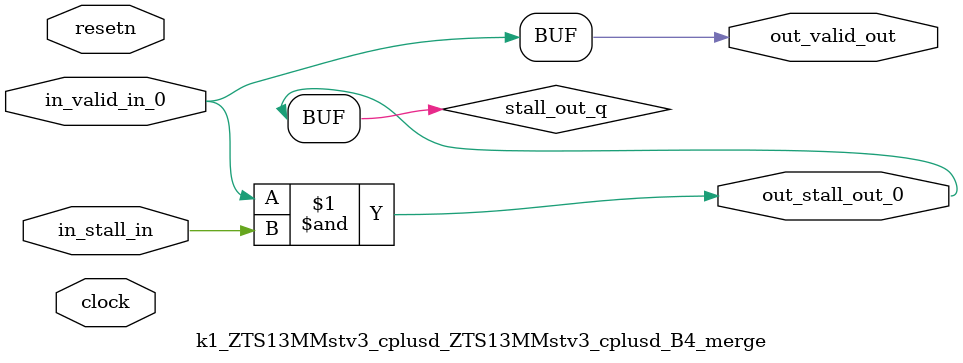
<source format=sv>



(* altera_attribute = "-name AUTO_SHIFT_REGISTER_RECOGNITION OFF; -name MESSAGE_DISABLE 10036; -name MESSAGE_DISABLE 10037; -name MESSAGE_DISABLE 14130; -name MESSAGE_DISABLE 14320; -name MESSAGE_DISABLE 15400; -name MESSAGE_DISABLE 14130; -name MESSAGE_DISABLE 10036; -name MESSAGE_DISABLE 12020; -name MESSAGE_DISABLE 12030; -name MESSAGE_DISABLE 12010; -name MESSAGE_DISABLE 12110; -name MESSAGE_DISABLE 14320; -name MESSAGE_DISABLE 13410; -name MESSAGE_DISABLE 113007; -name MESSAGE_DISABLE 10958" *)
module k1_ZTS13MMstv3_cplusd_ZTS13MMstv3_cplusd_B4_merge (
    input wire [0:0] in_stall_in,
    input wire [0:0] in_valid_in_0,
    output wire [0:0] out_stall_out_0,
    output wire [0:0] out_valid_out,
    input wire clock,
    input wire resetn
    );

    wire [0:0] stall_out_q;


    // stall_out(LOGICAL,6)
    assign stall_out_q = in_valid_in_0 & in_stall_in;

    // out_stall_out_0(GPOUT,4)
    assign out_stall_out_0 = stall_out_q;

    // out_valid_out(GPOUT,5)
    assign out_valid_out = in_valid_in_0;

endmodule

</source>
